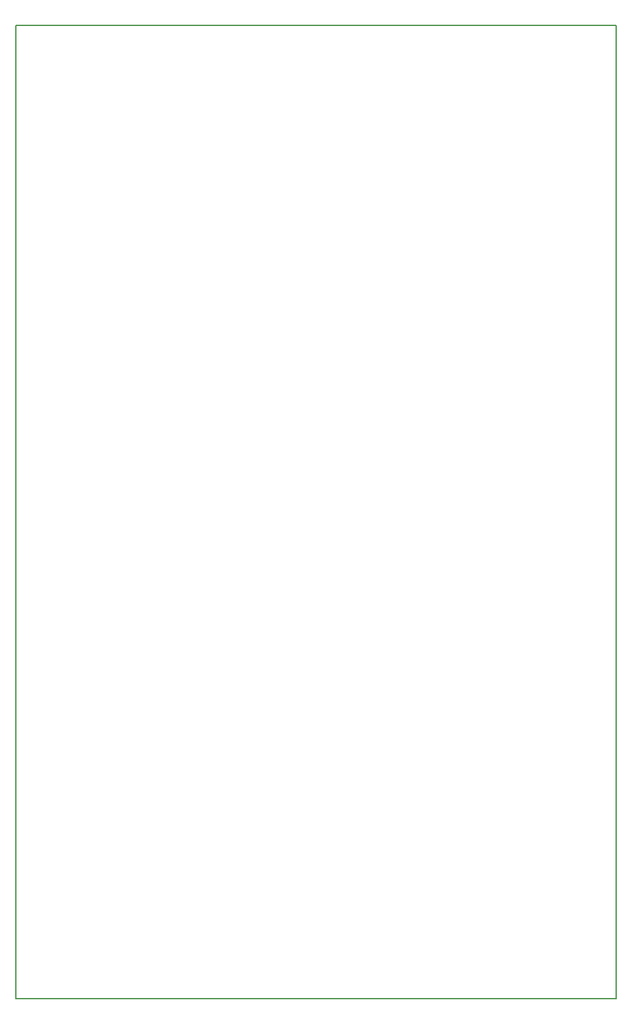
<source format=gbr>
G04 #@! TF.GenerationSoftware,KiCad,Pcbnew,7.0.1*
G04 #@! TF.CreationDate,2023-10-11T20:02:21-04:00*
G04 #@! TF.ProjectId,keyboard,6b657962-6f61-4726-942e-6b696361645f,rev?*
G04 #@! TF.SameCoordinates,Original*
G04 #@! TF.FileFunction,Profile,NP*
%FSLAX46Y46*%
G04 Gerber Fmt 4.6, Leading zero omitted, Abs format (unit mm)*
G04 Created by KiCad (PCBNEW 7.0.1) date 2023-10-11 20:02:21*
%MOMM*%
%LPD*%
G01*
G04 APERTURE LIST*
G04 #@! TA.AperFunction,Profile*
%ADD10C,0.200000*%
G04 #@! TD*
G04 APERTURE END LIST*
D10*
X260000000Y-102000000D02*
X340200000Y-102000000D01*
X340200000Y-232000000D02*
X260000000Y-232000000D01*
X340200000Y-102000000D02*
X340200000Y-232000000D01*
X260000000Y-232000000D02*
X260000000Y-102000000D01*
M02*

</source>
